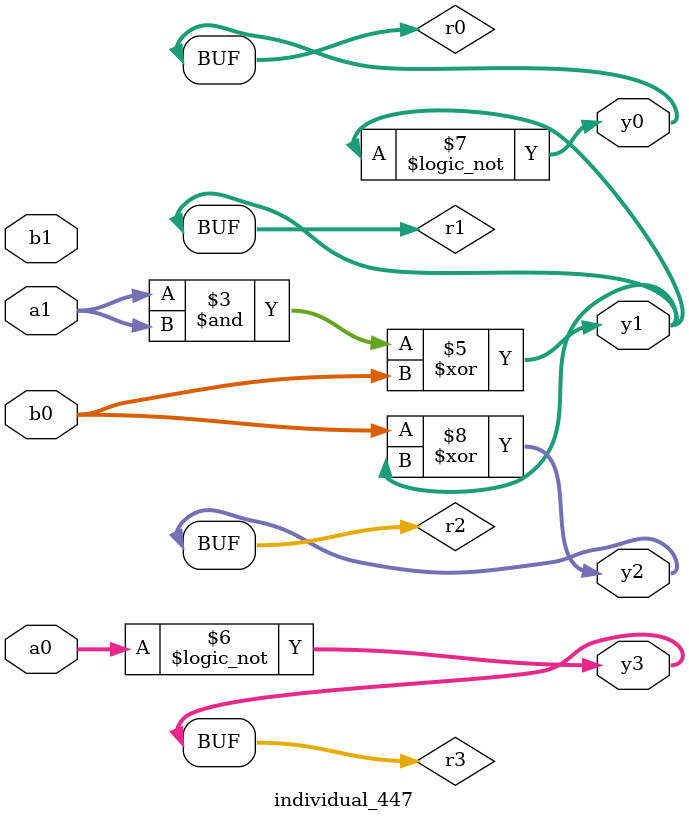
<source format=sv>
module individual_447(input logic [15:0] a1, input logic [15:0] a0, input logic [15:0] b1, input logic [15:0] b0, output logic [15:0] y3, output logic [15:0] y2, output logic [15:0] y1, output logic [15:0] y0);
logic [15:0] r0, r1, r2, r3; 
 always@(*) begin 
	 r0 = a0; r1 = a1; r2 = b0; r3 = b1; 
 	 r0 = ! r3 ;
 	 r1  &=  a1 ;
 	 r3 = ! a1 ;
 	 r1  ^=  b0 ;
 	 r3 = ! a0 ;
 	 r0 = ! r1 ;
 	 r2  ^=  r1 ;
 	 y3 = r3; y2 = r2; y1 = r1; y0 = r0; 
end
endmodule
</source>
